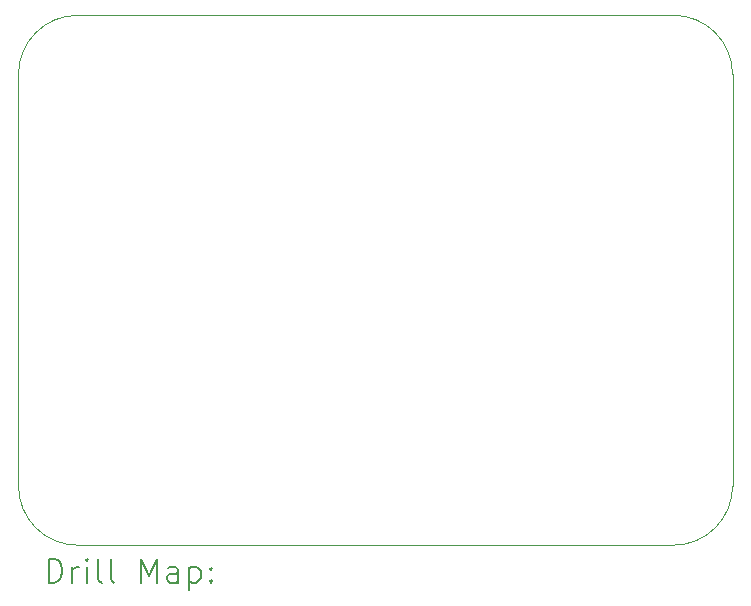
<source format=gbr>
%TF.GenerationSoftware,KiCad,Pcbnew,8.0.0*%
%TF.CreationDate,2024-03-02T14:55:01-05:00*%
%TF.ProjectId,workshop,776f726b-7368-46f7-902e-6b696361645f,rev?*%
%TF.SameCoordinates,Original*%
%TF.FileFunction,Drillmap*%
%TF.FilePolarity,Positive*%
%FSLAX45Y45*%
G04 Gerber Fmt 4.5, Leading zero omitted, Abs format (unit mm)*
G04 Created by KiCad (PCBNEW 8.0.0) date 2024-03-02 14:55:01*
%MOMM*%
%LPD*%
G01*
G04 APERTURE LIST*
%ADD10C,0.100000*%
%ADD11C,0.200000*%
G04 APERTURE END LIST*
D10*
X19590000Y-8573000D02*
X19590000Y-12059000D01*
X19090000Y-12559000D02*
X14044000Y-12559000D01*
X13544000Y-12059000D02*
X13544000Y-8573000D01*
X14044000Y-8073000D02*
X19090000Y-8073000D01*
X19590000Y-12059000D02*
G75*
G02*
X19090000Y-12559000I-500000J0D01*
G01*
X14044000Y-12559000D02*
G75*
G02*
X13544000Y-12059000I0J500000D01*
G01*
X19090000Y-8073000D02*
G75*
G02*
X19590000Y-8573000I0J-500000D01*
G01*
X13544000Y-8573000D02*
G75*
G02*
X14044000Y-8073000I500000J0D01*
G01*
D11*
X13799777Y-12875484D02*
X13799777Y-12675484D01*
X13799777Y-12675484D02*
X13847396Y-12675484D01*
X13847396Y-12675484D02*
X13875967Y-12685008D01*
X13875967Y-12685008D02*
X13895015Y-12704055D01*
X13895015Y-12704055D02*
X13904539Y-12723103D01*
X13904539Y-12723103D02*
X13914062Y-12761198D01*
X13914062Y-12761198D02*
X13914062Y-12789769D01*
X13914062Y-12789769D02*
X13904539Y-12827865D01*
X13904539Y-12827865D02*
X13895015Y-12846912D01*
X13895015Y-12846912D02*
X13875967Y-12865960D01*
X13875967Y-12865960D02*
X13847396Y-12875484D01*
X13847396Y-12875484D02*
X13799777Y-12875484D01*
X13999777Y-12875484D02*
X13999777Y-12742150D01*
X13999777Y-12780246D02*
X14009301Y-12761198D01*
X14009301Y-12761198D02*
X14018824Y-12751674D01*
X14018824Y-12751674D02*
X14037872Y-12742150D01*
X14037872Y-12742150D02*
X14056920Y-12742150D01*
X14123586Y-12875484D02*
X14123586Y-12742150D01*
X14123586Y-12675484D02*
X14114062Y-12685008D01*
X14114062Y-12685008D02*
X14123586Y-12694531D01*
X14123586Y-12694531D02*
X14133110Y-12685008D01*
X14133110Y-12685008D02*
X14123586Y-12675484D01*
X14123586Y-12675484D02*
X14123586Y-12694531D01*
X14247396Y-12875484D02*
X14228348Y-12865960D01*
X14228348Y-12865960D02*
X14218824Y-12846912D01*
X14218824Y-12846912D02*
X14218824Y-12675484D01*
X14352158Y-12875484D02*
X14333110Y-12865960D01*
X14333110Y-12865960D02*
X14323586Y-12846912D01*
X14323586Y-12846912D02*
X14323586Y-12675484D01*
X14580729Y-12875484D02*
X14580729Y-12675484D01*
X14580729Y-12675484D02*
X14647396Y-12818341D01*
X14647396Y-12818341D02*
X14714062Y-12675484D01*
X14714062Y-12675484D02*
X14714062Y-12875484D01*
X14895015Y-12875484D02*
X14895015Y-12770722D01*
X14895015Y-12770722D02*
X14885491Y-12751674D01*
X14885491Y-12751674D02*
X14866443Y-12742150D01*
X14866443Y-12742150D02*
X14828348Y-12742150D01*
X14828348Y-12742150D02*
X14809301Y-12751674D01*
X14895015Y-12865960D02*
X14875967Y-12875484D01*
X14875967Y-12875484D02*
X14828348Y-12875484D01*
X14828348Y-12875484D02*
X14809301Y-12865960D01*
X14809301Y-12865960D02*
X14799777Y-12846912D01*
X14799777Y-12846912D02*
X14799777Y-12827865D01*
X14799777Y-12827865D02*
X14809301Y-12808817D01*
X14809301Y-12808817D02*
X14828348Y-12799293D01*
X14828348Y-12799293D02*
X14875967Y-12799293D01*
X14875967Y-12799293D02*
X14895015Y-12789769D01*
X14990253Y-12742150D02*
X14990253Y-12942150D01*
X14990253Y-12751674D02*
X15009301Y-12742150D01*
X15009301Y-12742150D02*
X15047396Y-12742150D01*
X15047396Y-12742150D02*
X15066443Y-12751674D01*
X15066443Y-12751674D02*
X15075967Y-12761198D01*
X15075967Y-12761198D02*
X15085491Y-12780246D01*
X15085491Y-12780246D02*
X15085491Y-12837388D01*
X15085491Y-12837388D02*
X15075967Y-12856436D01*
X15075967Y-12856436D02*
X15066443Y-12865960D01*
X15066443Y-12865960D02*
X15047396Y-12875484D01*
X15047396Y-12875484D02*
X15009301Y-12875484D01*
X15009301Y-12875484D02*
X14990253Y-12865960D01*
X15171205Y-12856436D02*
X15180729Y-12865960D01*
X15180729Y-12865960D02*
X15171205Y-12875484D01*
X15171205Y-12875484D02*
X15161682Y-12865960D01*
X15161682Y-12865960D02*
X15171205Y-12856436D01*
X15171205Y-12856436D02*
X15171205Y-12875484D01*
X15171205Y-12751674D02*
X15180729Y-12761198D01*
X15180729Y-12761198D02*
X15171205Y-12770722D01*
X15171205Y-12770722D02*
X15161682Y-12761198D01*
X15161682Y-12761198D02*
X15171205Y-12751674D01*
X15171205Y-12751674D02*
X15171205Y-12770722D01*
M02*

</source>
